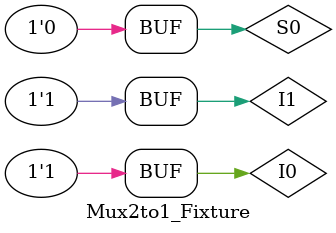
<source format=v>
`timescale 1ns / 1ps


module Mux2to1_Fixture;

	// Inputs
	reg S0;
	reg I0;
	reg I1;

	// Outputs
	wire Y;

	// Instantiate the Unit Under Test (UUT)
	Mux2to1_LM_19101664 uut (
		.S0(S0), 
		.I0(I0), 
		.I1(I1), 
		.Y(Y)
	);

	initial begin
		// Initialize Inputs
		S0 = 0;
		I0 = 0;
		I1 = 0;

		// Wait 100 ns for global reset to finish
		#100;
        
		// Add stimulus here

		S0 = 1;
		I0 = 0;
		I1 = 1;
		#100;
		S0 = 0;
		I0 = 1;
		I1 = 1;
		#100;
	end
      
endmodule


</source>
